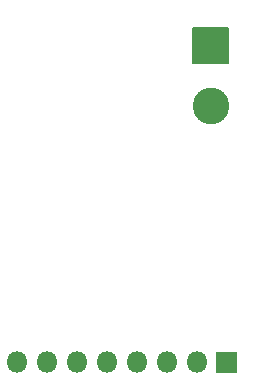
<source format=gbr>
%TF.GenerationSoftware,KiCad,Pcbnew,5.99.0-unknown-ad88874~101~ubuntu20.04.1*%
%TF.CreationDate,2020-05-19T21:15:42-04:00*%
%TF.ProjectId,detector,64657465-6374-46f7-922e-6b696361645f,rev?*%
%TF.SameCoordinates,Original*%
%TF.FileFunction,Soldermask,Bot*%
%TF.FilePolarity,Negative*%
%FSLAX46Y46*%
G04 Gerber Fmt 4.6, Leading zero omitted, Abs format (unit mm)*
G04 Created by KiCad (PCBNEW 5.99.0-unknown-ad88874~101~ubuntu20.04.1) date 2020-05-19 21:15:42*
%MOMM*%
%LPD*%
G01*
G04 APERTURE LIST*
%ADD10O,1.800000X1.800000*%
%ADD11C,3.100000*%
G04 APERTURE END LIST*
%TO.C,J1*%
G36*
G01*
X135900000Y-94600000D02*
X137600000Y-94600000D01*
G75*
G02*
X137650000Y-94650000I0J-50000D01*
G01*
X137650000Y-96350000D01*
G75*
G02*
X137600000Y-96400000I-50000J0D01*
G01*
X135900000Y-96400000D01*
G75*
G02*
X135850000Y-96350000I0J50000D01*
G01*
X135850000Y-94650000D01*
G75*
G02*
X135900000Y-94600000I50000J0D01*
G01*
G37*
D10*
X134210000Y-95500000D03*
X131670000Y-95500000D03*
X129130000Y-95500000D03*
X126590000Y-95500000D03*
X124050000Y-95500000D03*
X121510000Y-95500000D03*
X118970000Y-95500000D03*
%TD*%
D11*
%TO.C,J2*%
X135400000Y-73783703D03*
G36*
G01*
X133900000Y-67153703D02*
X136900000Y-67153703D01*
G75*
G02*
X136950000Y-67203703I0J-50000D01*
G01*
X136950000Y-70203703D01*
G75*
G02*
X136900000Y-70253703I-50000J0D01*
G01*
X133900000Y-70253703D01*
G75*
G02*
X133850000Y-70203703I0J50000D01*
G01*
X133850000Y-67203703D01*
G75*
G02*
X133900000Y-67153703I50000J0D01*
G01*
G37*
%TD*%
M02*

</source>
